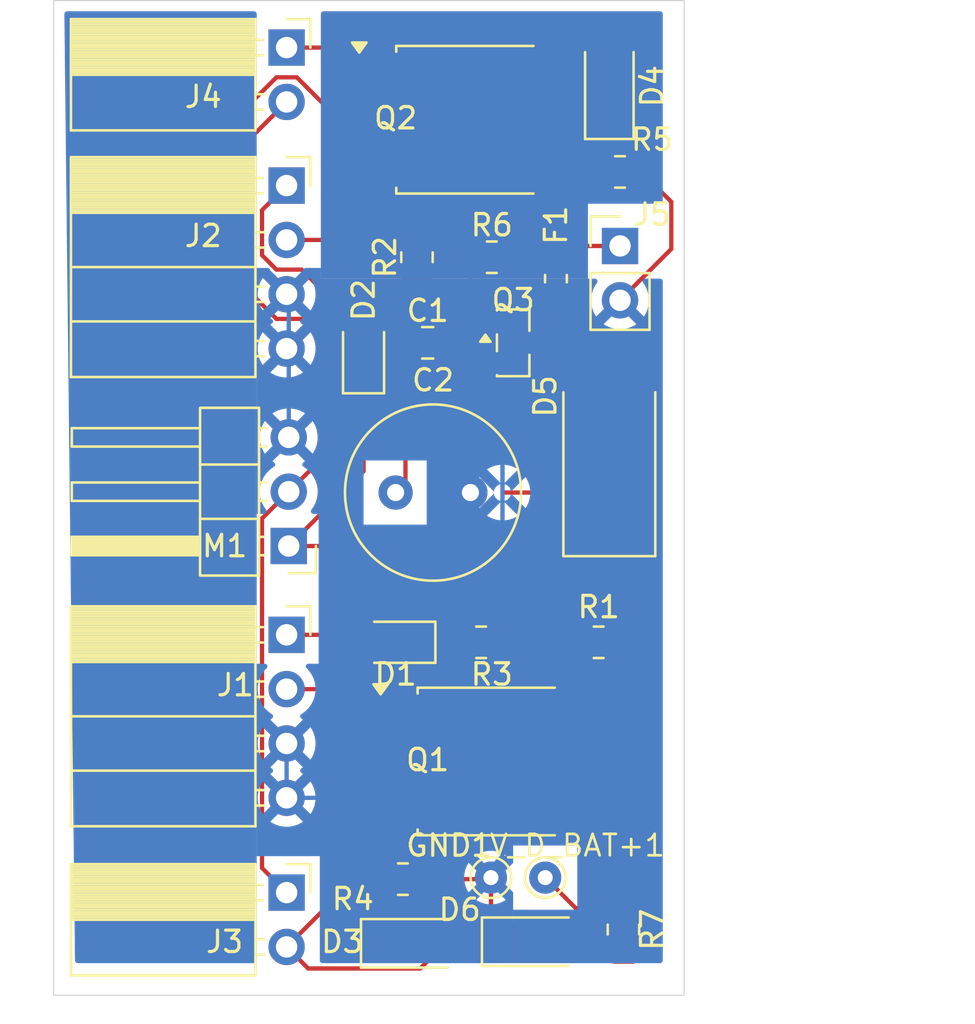
<source format=kicad_pcb>
(kicad_pcb (version 20241229) (generator "pcbnew") (generator_version "9.0")
  (layers (0 "F.Cu" signal) (2 "B.Cu" signal) (13 "F.Paste" user) (15 "B.Paste" user) (5 "F.SilkS" user "F.Silkscreen") (7 "B.SilkS" user "B.Silkscreen") (1 "F.Mask" user) (3 "B.Mask" user) (25 "Edge.Cuts" user))
  (net 0 "")
  (net 1 "Net-(Q3-S)")
  (net 2 "Net-(Q3-G)")
  (net 3 "Net-(D5-A2)")
  (net 4 "GND")
  (net 5 "V_Ｄ_BAT+")
  (net 6 "Net-(D1-K)")
  (net 7 "Main_AV_PWM_Servo")
  (net 8 "Backup_AV_PWM_Servo")
  (net 9 "Main_AV_FIRE")
  (net 10 "Backup_AV_FIRE")
  (net 11 "Net-(D3-A)")
  (net 12 "Net-(D4-A)")
  (net 13 "Net-(J5-Pin_1)")
  (net 14 "Net-(D3-K)")
  (net 15 "Net-(D4-K)")
  (net 16 "V_D_BAT+")
  (net 17 "Net-(D6-A)")
  (footprint "LED_SMD:LED_1206_3216Metric_Pad1.42x1.75mm_HandSolder" (layer "F.Cu") (at 42.5 110.0125 90)
    (property "Reference" "D4" (at 0.0125 2 90) (layer "F.SilkS"))
    (property "Value" "LED")
    (fp_line (start 1.6 -1.135) (end -2.46 -1.135) (stroke (width 0.12)) (layer "F.SilkS"))
    (fp_line (start -2.46 -1.135) (end -2.46 1.135) (stroke (width 0.12)) (layer "F.SilkS"))
    (fp_line (start -2.46 1.135) (end 1.6 1.135) (stroke (width 0.12)) (layer "F.SilkS"))
    (pad "1" smd roundrect (at -1.4875 0 90) (size 1.425 1.75) (layers "F.Cu" "F.Mask" "F.Paste") (roundrect_rratio 0.175439) (net 15 "Net-(D4-K)"))
    (pad "2" smd roundrect (at 1.4875 0 90) (size 1.425 1.75) (layers "F.Cu" "F.Mask" "F.Paste") (roundrect_rratio 0.175439) (net 12 "Net-(D4-A)"))
  )
  (footprint "Resistor_SMD:R_0805_2012Metric_Pad1.20x1.40mm_HandSolder" (layer "F.Cu") (at 42 136)
    (property "Reference" "R1" (at 0 -1.65 0) (layer "F.SilkS"))
    (property "Value" "1k")
    (fp_line (start -0.227064 -0.735) (end 0.227064 -0.735) (stroke (width 0.12)) (layer "F.SilkS"))
    (fp_line (start -0.227064 0.735) (end 0.227064 0.735) (stroke (width 0.12)) (layer "F.SilkS"))
    (pad "1" smd roundrect (at -1 0) (size 1.2 1.4) (layers "F.Cu" "F.Mask" "F.Paste") (roundrect_rratio 0.208333) (net 9 "Main_AV_FIRE"))
    (pad "2" smd roundrect (at 1 0) (size 1.2 1.4) (layers "F.Cu" "F.Mask" "F.Paste") (roundrect_rratio 0.208333) (net 4 "GND"))
  )
  (footprint "Connector_PinSocket_2.54mm:PinSocket_1x02_P2.54mm_Horizontal" (layer "F.Cu") (at 27.4 147.7)
    (property "Reference" "J3" (at -2.9 2.3 0) (layer "F.SilkS"))
    (property "Value" "Conn_01x02")
    (fp_line (start -10.09 -1.33) (end -10.09 3.87) (stroke (width 0.12)) (layer "F.SilkS"))
    (fp_line (start -10.09 -1.33) (end -1.46 -1.33) (stroke (width 0.12)) (layer "F.SilkS"))
    (fp_line (start -10.09 -1.21) (end -1.46 -1.21) (stroke (width 0.12)) (layer "F.SilkS"))
    (fp_line (start -10.09 -1.091905) (end -1.46 -1.091905) (stroke (width 0.12)) (layer "F.SilkS"))
    (fp_line (start -10.09 -0.97381) (end -1.46 -0.97381) (stroke (width 0.12)) (layer "F.SilkS"))
    (fp_line (start -10.09 -0.855715) (end -1.46 -0.855715) (stroke (width 0.12)) (layer "F.SilkS"))
    (fp_line (start -10.09 -0.73762) (end -1.46 -0.73762) (stroke (width 0.12)) (layer "F.SilkS"))
    (fp_line (start -10.09 -0.619525) (end -1.46 -0.619525) (stroke (width 0.12)) (layer "F.SilkS"))
    (fp_line (start -10.09 -0.50143) (end -1.46 -0.50143) (stroke (width 0.12)) (layer "F.SilkS"))
    (fp_line (start -10.09 -0.383335) (end -1.46 -0.383335) (stroke (width 0.12)) (layer "F.SilkS"))
    (fp_line (start -10.09 -0.26524) (end -1.46 -0.26524) (stroke (width 0.12)) (layer "F.SilkS"))
    (fp_line (start -10.09 -0.147145) (end -1.46 -0.147145) (stroke (width 0.12)) (layer "F.SilkS"))
    (fp_line (start -10.09 -0.02905) (end -1.46 -0.02905) (stroke (width 0.12)) (layer "F.SilkS"))
    (fp_line (start -10.09 0.089045) (end -1.46 0.089045) (stroke (width 0.12)) (layer "F.SilkS"))
    (fp_line (start -10.09 0.20714) (end -1.46 0.20714) (stroke (width 0.12)) (layer "F.SilkS"))
    (fp_line (start -10.09 0.325235) (end -1.46 0.325235) (stroke (width 0.12)) (layer "F.SilkS"))
    (fp_line (start -10.09 0.44333) (end -1.46 0.44333) (stroke (width 0.12)) (layer "F.SilkS"))
    (fp_line (start -10.09 0.561425) (end -1.46 0.561425) (stroke (width 0.12)) (layer "F.SilkS"))
    (fp_line (start -10.09 0.67952) (end -1.46 0.67952) (stroke (width 0.12)) (layer "F.SilkS"))
    (fp_line (start -10.09 0.797615) (end -1.46 0.797615) (stroke (width 0.12)) (layer "F.SilkS"))
    (fp_line (start -10.09 0.91571) (end -1.46 0.91571) (stroke (width 0.12)) (layer "F.SilkS"))
    (fp_line (start -10.09 1.033805) (end -1.46 1.033805) (stroke (width 0.12)) (layer "F.SilkS"))
    (fp_line (start -10.09 1.1519) (end -1.46 1.1519) (stroke (width 0.12)) (layer "F.SilkS"))
    (fp_line (start -10.09 1.27) (end -1.46 1.27) (stroke (width 0.12)) (layer "F.SilkS"))
    (fp_line (start -10.09 3.87) (end -1.46 3.87) (stroke (width 0.12)) (layer "F.SilkS"))
    (fp_line (start -1.46 -1.33) (end -1.46 3.87) (stroke (width 0.12)) (layer "F.SilkS"))
    (fp_line (start -1.46 -0.36) (end -1.11 -0.36) (stroke (width 0.12)) (layer "F.SilkS"))
    (fp_line (start -1.46 0.36) (end -1.11 0.36) (stroke (width 0.12)) (layer "F.SilkS"))
    (fp_line (start -1.46 2.18) (end -1.05 2.18) (stroke (width 0.12)) (layer "F.SilkS"))
    (fp_line (start -1.46 2.9) (end -1.05 2.9) (stroke (width 0.12)) (layer "F.SilkS"))
    (fp_line (start 0 -1.33) (end 1.11 -1.33) (stroke (width 0.12)) (layer "F.SilkS"))
    (fp_line (start 1.11 -1.33) (end 1.11 0) (stroke (width 0.12)) (layer "F.SilkS"))
    (pad "1" thru_hole rect (at 0 0) (size 1.7 1.7) (drill 1) (layers "*.Cu" "*.Mask") (net 5 "V_Ｄ_BAT+"))
    (pad "2" thru_hole circle (at 0 2.54) (size 1.7 1.7) (drill 1) (layers "*.Cu" "*.Mask") (net 11 "Net-(D3-A)"))
  )
  (footprint "Connector_PinSocket_2.54mm:PinSocket_1x04_P2.54mm_Horizontal" (layer "F.Cu") (at 27.4 114.65)
    (property "Reference" "J2" (at -3.9 2.35 0) (layer "F.SilkS"))
    (property "Value" "Conn_01x04")
    (fp_line (start -10.09 -1.33) (end -10.09 8.95) (stroke (width 0.12)) (layer "F.SilkS"))
    (fp_line (start -10.09 -1.33) (end -1.46 -1.33) (stroke (width 0.12)) (layer "F.SilkS"))
    (fp_line (start -10.09 -1.21) (end -1.46 -1.21) (stroke (width 0.12)) (layer "F.SilkS"))
    (fp_line (start -10.09 -1.091905) (end -1.46 -1.091905) (stroke (width 0.12)) (layer "F.SilkS"))
    (fp_line (start -10.09 -0.97381) (end -1.46 -0.97381) (stroke (width 0.12)) (layer "F.SilkS"))
    (fp_line (start -10.09 -0.855715) (end -1.46 -0.855715) (stroke (width 0.12)) (layer "F.SilkS"))
    (fp_line (start -10.09 -0.73762) (end -1.46 -0.73762) (stroke (width 0.12)) (layer "F.SilkS"))
    (fp_line (start -10.09 -0.619525) (end -1.46 -0.619525) (stroke (width 0.12)) (layer "F.SilkS"))
    (fp_line (start -10.09 -0.50143) (end -1.46 -0.50143) (stroke (width 0.12)) (layer "F.SilkS"))
    (fp_line (start -10.09 -0.383335) (end -1.46 -0.383335) (stroke (width 0.12)) (layer "F.SilkS"))
    (fp_line (start -10.09 -0.26524) (end -1.46 -0.26524) (stroke (width 0.12)) (layer "F.SilkS"))
    (fp_line (start -10.09 -0.147145) (end -1.46 -0.147145) (stroke (width 0.12)) (layer "F.SilkS"))
    (fp_line (start -10.09 -0.02905) (end -1.46 -0.02905) (stroke (width 0.12)) (layer "F.SilkS"))
    (fp_line (start -10.09 0.089045) (end -1.46 0.089045) (stroke (width 0.12)) (layer "F.SilkS"))
    (fp_line (start -10.09 0.20714) (end -1.46 0.20714) (stroke (width 0.12)) (layer "F.SilkS"))
    (fp_line (start -10.09 0.325235) (end -1.46 0.325235) (stroke (width 0.12)) (layer "F.SilkS"))
    (fp_line (start -10.09 0.44333) (end -1.46 0.44333) (stroke (width 0.12)) (layer "F.SilkS"))
    (fp_line (start -10.09 0.561425) (end -1.46 0.561425) (stroke (width 0.12)) (layer "F.SilkS"))
    (fp_line (start -10.09 0.67952) (end -1.46 0.67952) (stroke (width 0.12)) (layer "F.SilkS"))
    (fp_line (start -10.09 0.797615) (end -1.46 0.797615) (stroke (width 0.12)) (layer "F.SilkS"))
    (fp_line (start -10.09 0.91571) (end -1.46 0.91571) (stroke (width 0.12)) (layer "F.SilkS"))
    (fp_line (start -10.09 1.033805) (end -1.46 1.033805) (stroke (width 0.12)) (layer "F.SilkS"))
    (fp_line (start -10.09 1.1519) (end -1.46 1.1519) (stroke (width 0.12)) (layer "F.SilkS"))
    (fp_line (start -10.09 1.27) (end -1.46 1.27) (stroke (width 0.12)) (layer "F.SilkS"))
    (fp_line (start -10.09 3.81) (end -1.46 3.81) (stroke (width 0.12)) (layer "F.SilkS"))
    (fp_line (start -10.09 6.35) (end -1.46 6.35) (stroke (width 0.12)) (layer "F.SilkS"))
    (fp_line (start -10.09 8.95) (end -1.46 8.95) (stroke (width 0.12)) (layer "F.SilkS"))
    (fp_line (start -1.46 -1.33) (end -1.46 8.95) (stroke (width 0.12)) (layer "F.SilkS"))
    (fp_line (start -1.46 -0.36) (end -1.11 -0.36) (stroke (width 0.12)) (layer "F.SilkS"))
    (fp_line (start -1.46 0.36) (end -1.11 0.36) (stroke (width 0.12)) (layer "F.SilkS"))
    (fp_line (start -1.46 2.18) (end -1.05 2.18) (stroke (width 0.12)) (layer "F.SilkS"))
    (fp_line (start -1.46 2.9) (end -1.05 2.9) (stroke (width 0.12)) (layer "F.SilkS"))
    (fp_line (start -1.46 4.72) (end -1.05 4.72) (stroke (width 0.12)) (layer "F.SilkS"))
    (fp_line (start -1.46 5.44) (end -1.05 5.44) (stroke (width 0.12)) (layer "F.SilkS"))
    (fp_line (start -1.46 7.26) (end -1.05 7.26) (stroke (width 0.12)) (layer "F.SilkS"))
    (fp_line (start -1.46 7.98) (end -1.05 7.98) (stroke (width 0.12)) (layer "F.SilkS"))
    (fp_line (start 0 -1.33) (end 1.11 -1.33) (stroke (width 0.12)) (layer "F.SilkS"))
    (fp_line (start 1.11 -1.33) (end 1.11 0) (stroke (width 0.12)) (layer "F.SilkS"))
    (pad "1" thru_hole rect (at 0 0) (size 1.7 1.7) (drill 1) (layers "*.Cu" "*.Mask") (net 8 "Backup_AV_PWM_Servo"))
    (pad "2" thru_hole circle (at 0 2.54) (size 1.7 1.7) (drill 1) (layers "*.Cu" "*.Mask") (net 10 "Backup_AV_FIRE"))
    (pad "3" thru_hole circle (at 0 5.08) (size 1.7 1.7) (drill 1) (layers "*.Cu" "*.Mask") (net 4 "GND"))
    (pad "4" thru_hole circle (at 0 7.62) (size 1.7 1.7) (drill 1) (layers "*.Cu" "*.Mask") (net 4 "GND"))
  )
  (footprint "LED_SMD:LED_1206_3216Metric_Pad1.42x1.75mm_HandSolder" (layer "F.Cu") (at 33.34 150.0725)
    (property "Reference" "D3" (at -3.34 -0.0725 0) (layer "F.SilkS"))
    (property "Value" "LED")
    (fp_line (start -2.46 -1.135) (end -2.46 1.135) (stroke (width 0.12)) (layer "F.SilkS"))
    (fp_line (start -2.46 1.135) (end 1.6 1.135) (stroke (width 0.12)) (layer "F.SilkS"))
    (fp_line (start 1.6 -1.135) (end -2.46 -1.135) (stroke (width 0.12)) (layer "F.SilkS"))
    (pad "1" smd roundrect (at -1.4875 0) (size 1.425 1.75) (layers "F.Cu" "F.Mask" "F.Paste") (roundrect_rratio 0.175439) (net 14 "Net-(D3-K)"))
    (pad "2" smd roundrect (at 1.4875 0) (size 1.425 1.75) (layers "F.Cu" "F.Mask" "F.Paste") (roundrect_rratio 0.175439) (net 11 "Net-(D3-A)"))
  )
  (footprint "Connector_PinHeader_2.54mm:PinHeader_1x02_P2.54mm_Vertical" (layer "F.Cu") (at 43 117.4725)
    (property "Reference" "J5" (at 1.5 -1.4725 0) (layer "F.SilkS"))
    (property "Value" "Conn_01x02")
    (fp_line (start -1.38 -1.38) (end 0 -1.38) (stroke (width 0.12)) (layer "F.SilkS"))
    (fp_line (start -1.38 0) (end -1.38 -1.38) (stroke (width 0.12)) (layer "F.SilkS"))
    (fp_line (start -1.38 1.27) (end -1.38 3.92) (stroke (width 0.12)) (layer "F.SilkS"))
    (fp_line (start -1.38 1.27) (end 1.38 1.27) (stroke (width 0.12)) (layer "F.SilkS"))
    (fp_line (start -1.38 3.92) (end 1.38 3.92) (stroke (width 0.12)) (layer "F.SilkS"))
    (fp_line (start 1.38 1.27) (end 1.38 3.92) (stroke (width 0.12)) (layer "F.SilkS"))
    (pad "1" thru_hole rect (at 0 0) (size 1.7 1.7) (drill 1) (layers "*.Cu" "*.Mask") (net 13 "Net-(J5-Pin_1)"))
    (pad "2" thru_hole circle (at 0 2.54) (size 1.7 1.7) (drill 1) (layers "*.Cu" "*.Mask") (net 4 "GND"))
  )
  (footprint "Resistor_SMD:R_0805_2012Metric_Pad1.20x1.40mm_HandSolder" (layer "F.Cu") (at 32.84 147.0725)
    (property "Reference" "R4" (at -2.34 0.9275 0) (layer "F.SilkS"))
    (property "Value" "3.3k")
    (fp_line (start -0.227064 -0.735) (end 0.227064 -0.735) (stroke (width 0.12)) (layer "F.SilkS"))
    (fp_line (start -0.227064 0.735) (end 0.227064 0.735) (stroke (width 0.12)) (layer "F.SilkS"))
    (pad "1" smd roundrect (at -1 0) (size 1.2 1.4) (layers "F.Cu" "F.Mask" "F.Paste") (roundrect_rratio 0.208333) (net 14 "Net-(D3-K)"))
    (pad "2" smd roundrect (at 1 0) (size 1.2 1.4) (layers "F.Cu" "F.Mask" "F.Paste") (roundrect_rratio 0.208333) (net 4 "GND"))
  )
  (footprint "Connector_PinHeader_2.54mm:PinHeader_1x03_P2.54mm_Horizontal" (layer "F.Cu") (at 27.5 131.5 180)
    (property "Reference" "M1" (at 3 0 0) (layer "F.SilkS"))
    (property "Value" "Motor_Servo")
    (fp_line (start 10.15 5.51) (end 4.15 5.51) (stroke (width 0.12)) (layer "F.SilkS"))
    (fp_line (start 10.15 4.65) (end 10.15 5.51) (stroke (width 0.12)) (layer "F.SilkS"))
    (fp_line (start 10.15 2.97) (end 4.15 2.97) (stroke (width 0.12)) (layer "F.SilkS"))
    (fp_line (start 10.15 2.11) (end 10.15 2.97) (stroke (width 0.12)) (layer "F.SilkS"))
    (fp_line (start 4.15 4.65) (end 10.15 4.65) (stroke (width 0.12)) (layer "F.SilkS"))
    (fp_line (start 4.15 2.11) (end 10.15 2.11) (stroke (width 0.12)) (layer "F.SilkS"))
    (fp_line (start 1.39 3.81) (end 4.15 3.81) (stroke (width 0.12)) (layer "F.SilkS"))
    (fp_line (start 1.39 1.27) (end 4.15 1.27) (stroke (width 0.12)) (layer "F.SilkS"))
    (fp_line (start 1.16 0.43) (end 1.39 0.43) (stroke (width 0.12)) (layer "F.SilkS"))
    (fp_line (start 1.16 -0.43) (end 1.39 -0.43) (stroke (width 0.12)) (layer "F.SilkS"))
    (fp_line (start 1.077358 5.51) (end 1.39 5.51) (stroke (width 0.12)) (layer "F.SilkS"))
    (fp_line (start 1.077358 4.65) (end 1.39 4.65) (stroke (width 0.12)) (layer "F.SilkS"))
    (fp_line (start 1.077358 2.97) (end 1.39 2.97) (stroke (width 0.12)) (layer "F.SilkS"))
    (fp_line (start 1.077358 2.11) (end 1.39 2.11) (stroke (width 0.12)) (layer "F.SilkS"))
    (fp_line (start -1.27 0) (end -1.27 -1.27) (stroke (width 0.12)) (layer "F.SilkS"))
    (fp_line (start -1.27 -1.27) (end 0 -1.27) (stroke (width 0.12)) (layer "F.SilkS"))
    (fp_rect (start 4.15 -0.43) (end 10.15 0.43) (stroke (width 0.12)) (fill yes) (layer "F.SilkS"))
    (fp_rect (start 1.39 -1.38) (end 4.15 6.46) (stroke (width 0.12)) (fill no) (layer "F.SilkS"))
    (pad "1" thru_hole rect (at 0 0 180) (size 1.7 1.7) (drill 1) (layers "*.Cu" "*.Mask") (net 6 "Net-(D1-K)"))
    (pad "2" thru_hole circle (at 0 2.54 180) (size 1.7 1.7) (drill 1) (layers "*.Cu" "*.Mask") (net 5 "V_Ｄ_BAT+"))
    (pad "3" thru_hole circle (at 0 5.08 180) (size 1.7 1.7) (drill 1) (layers "*.Cu" "*.Mask") (net 4 "GND"))
  )
  (footprint "Resistor_SMD:R_0805_2012Metric_Pad1.20x1.40mm_HandSolder" (layer "F.Cu") (at 37 118)
    (property "Reference" "R6" (at 0 -1.5 0) (layer "F.SilkS"))
    (property "Value" "100k")
    (fp_line (start -0.227064 -0.735) (end 0.227064 -0.735) (stroke (width 0.12)) (layer "F.SilkS"))
    (fp_line (start -0.227064 0.735) (end 0.227064 0.735) (stroke (width 0.12)) (layer "F.SilkS"))
    (pad "1" smd roundrect (at -1 0) (size 1.2 1.4) (layers "F.Cu" "F.Mask" "F.Paste") (roundrect_rratio 0.208333) (net 2 "Net-(Q3-G)"))
    (pad "2" smd roundrect (at 1 0) (size 1.2 1.4) (layers "F.Cu" "F.Mask" "F.Paste") (roundrect_rratio 0.208333) (net 4 "GND"))
  )
  (footprint "TestPoint:TestPoint_THTPad_D1.5mm_Drill0.7mm" (layer "F.Cu") (at 36.96 147)
    (property "Reference" "GND1" (at -1.96 -1.5 0) (layer "F.SilkS"))
    (property "Value" "TestPoint")
    (fp_circle (center 0 0) (end 0 0.95) (stroke (width 0.12)) (fill no) (layer "F.SilkS"))
    (pad "1" thru_hole circle (at 0 0) (size 1.5 1.5) (drill 0.7) (layers "*.Cu" "*.Mask") (net 4 "GND"))
  )
  (footprint "Connector_PinSocket_2.54mm:PinSocket_1x02_P2.54mm_Horizontal" (layer "F.Cu") (at 27.4 108.2)
    (property "Reference" "J4" (at -3.9 2.3 0) (layer "F.SilkS"))
    (property "Value" "Conn_01x02")
    (fp_line (start -10.09 -1.33) (end -10.09 3.87) (stroke (width 0.12)) (layer "F.SilkS"))
    (fp_line (start -10.09 -1.33) (end -1.46 -1.33) (stroke (width 0.12)) (layer "F.SilkS"))
    (fp_line (start -10.09 -1.21) (end -1.46 -1.21) (stroke (width 0.12)) (layer "F.SilkS"))
    (fp_line (start -10.09 -1.091905) (end -1.46 -1.091905) (stroke (width 0.12)) (layer "F.SilkS"))
    (fp_line (start -10.09 -0.97381) (end -1.46 -0.97381) (stroke (width 0.12)) (layer "F.SilkS"))
    (fp_line (start -10.09 -0.855715) (end -1.46 -0.855715) (stroke (width 0.12)) (layer "F.SilkS"))
    (fp_line (start -10.09 -0.73762) (end -1.46 -0.73762) (stroke (width 0.12)) (layer "F.SilkS"))
    (fp_line (start -10.09 -0.619525) (end -1.46 -0.619525) (stroke (width 0.12)) (layer "F.SilkS"))
    (fp_line (start -10.09 -0.50143) (end -1.46 -0.50143) (stroke (width 0.12)) (layer "F.SilkS"))
    (fp_line (start -10.09 -0.383335) (end -1.46 -0.383335) (stroke (width 0.12)) (layer "F.SilkS"))
    (fp_line (start -10.09 -0.26524) (end -1.46 -0.26524) (stroke (width 0.12)) (layer "F.SilkS"))
    (fp_line (start -10.09 -0.147145) (end -1.46 -0.147145) (stroke (width 0.12)) (layer "F.SilkS"))
    (fp_line (start -10.09 -0.02905) (end -1.46 -0.02905) (stroke (width 0.12)) (layer "F.SilkS"))
    (fp_line (start -10.09 0.089045) (end -1.46 0.089045) (stroke (width 0.12)) (layer "F.SilkS"))
    (fp_line (start -10.09 0.20714) (end -1.46 0.20714) (stroke (width 0.12)) (layer "F.SilkS"))
    (fp_line (start -10.09 0.325235) (end -1.46 0.325235) (stroke (width 0.12)) (layer "F.SilkS"))
    (fp_line (start -10.09 0.44333) (end -1.46 0.44333) (stroke (width 0.12)) (layer "F.SilkS"))
    (fp_line (start -10.09 0.561425) (end -1.46 0.561425) (stroke (width 0.12)) (layer "F.SilkS"))
    (fp_line (start -10.09 0.67952) (end -1.46 0.67952) (stroke (width 0.12)) (layer "F.SilkS"))
    (fp_line (start -10.09 0.797615) (end -1.46 0.797615) (stroke (width 0.12)) (layer "F.SilkS"))
    (fp_line (start -10.09 0.91571) (end -1.46 0.91571) (stroke (width 0.12)) (layer "F.SilkS"))
    (fp_line (start -10.09 1.033805) (end -1.46 1.033805) (stroke (width 0.12)) (layer "F.SilkS"))
    (fp_line (start -10.09 1.1519) (end -1.46 1.1519) (stroke (width 0.12)) (layer "F.SilkS"))
    (fp_line (start -10.09 1.27) (end -1.46 1.27) (stroke (width 0.12)) (layer "F.SilkS"))
    (fp_line (start -10.09 3.87) (end -1.46 3.87) (stroke (width 0.12)) (layer "F.SilkS"))
    (fp_line (start -1.46 -1.33) (end -1.46 3.87) (stroke (width 0.12)) (layer "F.SilkS"))
    (fp_line (start -1.46 -0.36) (end -1.11 -0.36) (stroke (width 0.12)) (layer "F.SilkS"))
    (fp_line (start -1.46 0.36) (end -1.11 0.36) (stroke (width 0.12)) (layer "F.SilkS"))
    (fp_line (start -1.46 2.18) (end -1.05 2.18) (stroke (width 0.12)) (layer "F.SilkS"))
    (fp_line (start -1.46 2.9) (end -1.05 2.9) (stroke (width 0.12)) (layer "F.SilkS"))
    (fp_line (start 0 -1.33) (end 1.11 -1.33) (stroke (width 0.12)) (layer "F.SilkS"))
    (fp_line (start 1.11 -1.33) (end 1.11 0) (stroke (width 0.12)) (layer "F.SilkS"))
    (pad "1" thru_hole rect (at 0 0) (size 1.7 1.7) (drill 1) (layers "*.Cu" "*.Mask") (net 12 "Net-(D4-A)"))
    (pad "2" thru_hole circle (at 0 2.54) (size 1.7 1.7) (drill 1) (layers "*.Cu" "*.Mask") (net 5 "V_Ｄ_BAT+"))
  )
  (footprint "Connector_PinSocket_2.54mm:PinSocket_1x04_P2.54mm_Horizontal" (layer "F.Cu") (at 27.4 135.65)
    (property "Reference" "J1" (at -2.4 2.35 0) (layer "F.SilkS"))
    (property "Value" "Conn_01x04")
    (fp_line (start -10.09 -1.33) (end -10.09 8.95) (stroke (width 0.12)) (layer "F.SilkS"))
    (fp_line (start -10.09 -1.33) (end -1.46 -1.33) (stroke (width 0.12)) (layer "F.SilkS"))
    (fp_line (start -10.09 -1.21) (end -1.46 -1.21) (stroke (width 0.12)) (layer "F.SilkS"))
    (fp_line (start -10.09 -1.091905) (end -1.46 -1.091905) (stroke (width 0.12)) (layer "F.SilkS"))
    (fp_line (start -10.09 -0.97381) (end -1.46 -0.97381) (stroke (width 0.12)) (layer "F.SilkS"))
    (fp_line (start -10.09 -0.855715) (end -1.46 -0.855715) (stroke (width 0.12)) (layer "F.SilkS"))
    (fp_line (start -10.09 -0.73762) (end -1.46 -0.73762) (stroke (width 0.12)) (layer "F.SilkS"))
    (fp_line (start -10.09 -0.619525) (end -1.46 -0.619525) (stroke (width 0.12)) (layer "F.SilkS"))
    (fp_line (start -10.09 -0.50143) (end -1.46 -0.50143) (stroke (width 0.12)) (layer "F.SilkS"))
    (fp_line (start -10.09 -0.383335) (end -1.46 -0.383335) (stroke (width 0.12)) (layer "F.SilkS"))
    (fp_line (start -10.09 -0.26524) (end -1.46 -0.26524) (stroke (width 0.12)) (layer "F.SilkS"))
    (fp_line (start -10.09 -0.147145) (end -1.46 -0.147145) (stroke (width 0.12)) (layer "F.SilkS"))
    (fp_line (start -10.09 -0.02905) (end -1.46 -0.02905) (stroke (width 0.12)) (layer "F.SilkS"))
    (fp_line (start -10.09 0.089045) (end -1.46 0.089045) (stroke (width 0.12)) (layer "F.SilkS"))
    (fp_line (start -10.09 0.20714) (end -1.46 0.20714) (stroke (width 0.12)) (layer "F.SilkS"))
    (fp_line (start -10.09 0.325235) (end -1.46 0.325235) (stroke (width 0.12)) (layer "F.SilkS"))
    (fp_line (start -10.09 0.44333) (end -1.46 0.44333) (stroke (width 0.12)) (layer "F.SilkS"))
    (fp_line (start -10.09 0.561425) (end -1.46 0.561425) (stroke (width 0.12)) (layer "F.SilkS"))
    (fp_line (start -10.09 0.67952) (end -1.46 0.67952) (stroke (width 0.12)) (layer "F.SilkS"))
    (fp_line (start -10.09 0.797615) (end -1.46 0.797615) (stroke (width 0.12)) (layer "F.SilkS"))
    (fp_line (start -10.09 0.91571) (end -1.46 0.91571) (stroke (width 0.12)) (layer "F.SilkS"))
    (fp_line (start -10.09 1.033805) (end -1.46 1.033805) (stroke (width 0.12)) (layer "F.SilkS"))
    (fp_line (start -10.09 1.1519) (end -1.46 1.1519) (stroke (width 0.12)) (layer "F.SilkS"))
    (fp_line (start -10.09 1.27) (end -1.46 1.27) (stroke (width 0.12)) (layer "F.SilkS"))
    (fp_line (start -10.09 3.81) (end -1.46 3.81) (stroke (width 0.12)) (layer "F.SilkS"))
    (fp_line (start -10.09 6.35) (end -1.46 6.35) (stroke (width 0.12)) (layer "F.SilkS"))
    (fp_line (start -10.09 8.95) (end -1.46 8.95) (stroke (width 0.12)) (layer "F.SilkS"))
    (fp_line (start -1.46 -1.33) (end -1.46 8.95) (stroke (width 0.12)) (layer "F.SilkS"))
    (fp_line (start -1.46 -0.36) (end -1.11 -0.36) (stroke (width 0.12)) (layer "F.SilkS"))
    (fp_line (start -1.46 0.36) (end -1.11 0.36) (stroke (width 0.12)) (layer "F.SilkS"))
    (fp_line (start -1.46 2.18) (end -1.05 2.18) (stroke (width 0.12)) (layer "F.SilkS"))
    (fp_line (start -1.46 2.9) (end -1.05 2.9) (stroke (width 0.12)) (layer "F.SilkS"))
    (fp_line (start -1.46 4.72) (end -1.05 4.72) (stroke (width 0.12)) (layer "F.SilkS"))
    (fp_line (start -1.46 5.44) (end -1.05 5.44) (stroke (width 0.12)) (layer "F.SilkS"))
    (fp_line (start -1.46 7.26) (end -1.05 7.26) (stroke (width 0.12)) (layer "F.SilkS"))
    (fp_line (start -1.46 7.98) (end -1.05 7.98) (stroke (width 0.12)) (layer "F.SilkS"))
    (fp_line (start 0 -1.33) (end 1.11 -1.33) (stroke (width 0.12)) (layer "F.SilkS"))
    (fp_line (start 1.11 -1.33) (end 1.11 0) (stroke (width 0.12)) (layer "F.SilkS"))
    (pad "1" thru_hole rect (at 0 0) (size 1.7 1.7) (drill 1) (layers "*.Cu" "*.Mask") (net 7 "Main_AV_PWM_Servo"))
    (pad "2" thru_hole circle (at 0 2.54) (size 1.7 1.7) (drill 1) (layers "*.Cu" "*.Mask") (net 9 "Main_AV_FIRE"))
    (pad "3" thru_hole circle (at 0 5.08) (size 1.7 1.7) (drill 1) (layers "*.Cu" "*.Mask") (net 4 "GND"))
    (pad "4" thru_hole circle (at 0 7.62) (size 1.7 1.7) (drill 1) (layers "*.Cu" "*.Mask") (net 4 "GND"))
  )
  (footprint "Package_TO_SOT_SMD:TO-252-2" (layer "F.Cu") (at 36.84 141.5725)
    (property "Reference" "Q1" (at -2.84 -0.0725 0) (layer "F.SilkS"))
    (property "Value" "IRLR7843")
    (fp_line (start -3.31 -3.45) (end -3.31 -3.18) (stroke (width 0.12)) (layer "F.SilkS"))
    (fp_line (start -3.31 3.45) (end -3.31 3.18) (stroke (width 0.12)) (layer "F.SilkS"))
    (fp_line (start 3.11 -3.45) (end -3.31 -3.45) (stroke (width 0.12)) (layer "F.SilkS"))
    (fp_line (start 3.11 3.45) (end -3.31 3.45) (stroke (width 0.12)) (layer "F.SilkS"))
    (fp_poly (pts (xy -5.04 -3.14) (xy -5.38 -3.61) (xy -4.7 -3.61)) (stroke (width 0.12)) (fill yes) (layer "F.SilkS"))
    (pad "1" smd roundrect (at -5.04 -2.28) (size 2.2 1.2) (layers "F.Cu" "F.Mask" "F.Paste") (roundrect_rratio 0.208333) (net 11 "Net-(D3-A)"))
    (pad "2" smd roundrect (at 1.26 0) (size 6.4 5.8) (layers "F.Cu" "F.Mask") (roundrect_rratio 0.043103) (net 9 "Main_AV_FIRE"))
    (pad "3" smd roundrect (at -5.04 2.28) (size 2.2 1.2) (layers "F.Cu" "F.Mask" "F.Paste") (roundrect_rratio 0.208333) (net 4 "GND"))
  )
  (footprint "Diode_SMD:D_0805_2012Metric_Pad1.15x1.40mm_HandSolder" (layer "F.Cu") (at 31 122.5 90)
    (property "Reference" "D2" (at 2.5 0 90) (layer "F.SilkS"))
    (property "Value" "D_Schottky")
    (fp_line (start 1 -0.96) (end -1.86 -0.96) (stroke (width 0.12)) (layer "F.SilkS"))
    (fp_line (start -1.86 -0.96) (end -1.86 0.96) (stroke (width 0.12)) (layer "F.SilkS"))
    (fp_line (start -1.86 0.96) (end 1 0.96) (stroke (width 0.12)) (layer "F.SilkS"))
    (pad "1" smd roundrect (at -1.025 0 90) (size 1.15 1.4) (layers "F.Cu" "F.Mask" "F.Paste") (roundrect_rratio 0.217391) (net 6 "Net-(D1-K)"))
    (pad "2" smd roundrect (at 1.025 0 90) (size 1.15 1.4) (layers "F.Cu" "F.Mask" "F.Paste") (roundrect_rratio 0.217391) (net 8 "Backup_AV_PWM_Servo"))
  )
  (footprint "Capacitor_SMD:C_0805_2012Metric_Pad1.18x1.45mm_HandSolder" (layer "F.Cu") (at 34 122)
    (property "Reference" "C1" (at 0 -1.5 0) (layer "F.SilkS"))
    (property "Value" "100n")
    (fp_line (start -0.261252 -0.735) (end 0.261252 -0.735) (stroke (width 0.12)) (layer "F.SilkS"))
    (fp_line (start -0.261252 0.735) (end 0.261252 0.735) (stroke (width 0.12)) (layer "F.SilkS"))
    (pad "1" smd roundrect (at -1.0375 0) (size 1.175 1.45) (layers "F.Cu" "F.Mask" "F.Paste") (roundrect_rratio 0.212766) (net 5 "V_Ｄ_BAT+"))
    (pad "2" smd roundrect (at 1.0375 0) (size 1.175 1.45) (layers "F.Cu" "F.Mask" "F.Paste") (roundrect_rratio 0.212766) (net 4 "GND"))
  )
  (footprint "Resistor_SMD:R_0805_2012Metric_Pad1.20x1.40mm_HandSolder" (layer "F.Cu") (at 43 114.0125)
    (property "Reference" "R5" (at 1.5 -1.5125 0) (layer "F.SilkS"))
    (property "Value" "3.3k")
    (fp_line (start -0.227064 -0.735) (end 0.227064 -0.735) (stroke (width 0.12)) (layer "F.SilkS"))
    (fp_line (start -0.227064 0.735) (end 0.227064 0.735) (stroke (width 0.12)) (layer "F.SilkS"))
    (pad "1" smd roundrect (at -1 0) (size 1.2 1.4) (layers "F.Cu" "F.Mask" "F.Paste") (roundrect_rratio 0.208333) (net 15 "Net-(D4-K)"))
    (pad "2" smd roundrect (at 1 0) (size 1.2 1.4) (layers "F.Cu" "F.Mask" "F.Paste") (roundrect_rratio 0.208333) (net 4 "GND"))
  )
  (footprint "Resistor_SMD:R_0805_2012Metric_Pad1.20x1.40mm_HandSolder" (layer "F.Cu") (at 36.5 136)
    (property "Reference" "R3" (at 0.5 1.5 0) (layer "F.SilkS"))
    (property "Value" "1k")
    (fp_line (start -0.227064 -0.735) (end 0.227064 -0.735) (stroke (width 0.12)) (layer "F.SilkS"))
    (fp_line (start -0.227064 0.735) (end 0.227064 0.735) (stroke (width 0.12)) (layer "F.SilkS"))
    (pad "1" smd roundrect (at -1 0) (size 1.2 1.4) (layers "F.Cu" "F.Mask" "F.Paste") (roundrect_rratio 0.208333) (net 6 "Net-(D1-K)"))
    (pad "2" smd roundrect (at 1 0) (size 1.2 1.4) (layers "F.Cu" "F.Mask" "F.Paste") (roundrect_rratio 0.208333) (net 4 "GND"))
  )
  (footprint "Package_TO_SOT_SMD:TO-252-2" (layer "F.Cu") (at 35.84 111.5725)
    (property "Reference" "Q2" (at -3.34 -0.0725 0) (layer "F.SilkS"))
    (property "Value" "IRLR7843")
    (fp_line (start -3.31 -3.45) (end -3.31 -3.18) (stroke (width 0.12)) (layer "F.SilkS"))
    (fp_line (start -3.31 3.45) (end -3.31 3.18) (stroke (width 0.12)) (layer "F.SilkS"))
    (fp_line (start 3.11 -3.45) (end -3.31 -3.45) (stroke (width 0.12)) (layer "F.SilkS"))
    (fp_line (start 3.11 3.45) (end -3.31 3.45) (stroke (width 0.12)) (layer "F.SilkS"))
    (fp_poly (pts (xy -5.04 -3.14) (xy -5.38 -3.61) (xy -4.7 -3.61)) (stroke (width 0.12)) (fill yes) (layer "F.SilkS"))
    (pad "1" smd roundrect (at -5.04 -2.28) (size 2.2 1.2) (layers "F.Cu" "F.Mask" "F.Paste") (roundrect_rratio 0.208333) (net 12 "Net-(D4-A)"))
    (pad "2" smd roundrect (at 1.26 0) (size 6.4 5.8) (layers "F.Cu" "F.Mask") (roundrect_rratio 0.043103) (net 10 "Backup_AV_FIRE"))
    (pad "3" smd roundrect (at -5.04 2.28) (size 2.2 1.2) (layers "F.Cu" "F.Mask" "F.Paste") (roundrect_rratio 0.208333) (net 4 "GND"))
  )
  (footprint "Diode_SMD:D_SMA-SMB_Universal_Handsoldering" (layer "F.Cu") (at 42.5 127.0125 90)
    (property "Reference" "D5" (at 2.5125 -3 90) (layer "F.SilkS"))
    (property "Value" "TVS")
    (fp_line (start -4.96 -2.15) (end 2.7 -2.15) (stroke (width 0.12)) (layer "F.SilkS"))
    (fp_line (start -4.96 -2.15) (end -4.96 2.15) (stroke (width 0.12)) (layer "F.SilkS"))
    (fp_line (start -4.96 2.15) (end 2.7 2.15) (stroke (width 0.12)) (layer "F.SilkS"))
    (pad "1" smd trapezoid (at -2.9 0 90) (size 3.6 1.7) (rect_delta 0.6 0) (layers "F.Cu" "F.Mask" "F.Paste") (net 4 "GND"))
    (pad "2" smd trapezoid (at 2.9 0 270) (size 3.6 1.7) (rect_delta 0.6 0) (layers "F.Cu" "F.Mask" "F.Paste") (net 3 "Net-(D5-A2)"))
  )
  (footprint "TestPoint:TestPoint_THTPad_D1.5mm_Drill0.7mm" (layer "F.Cu") (at 39.5 147)
    (property "Reference" "V_D_BAT+1" (at 1.5 -1.5 0) (layer "F.SilkS") (effects (font (thickness 0.125))))
    (property "Value" "TestPoint")
    (fp_circle (center 0 0) (end 0 0.95) (stroke (width 0.12)) (fill no) (layer "F.SilkS"))
    (pad "1" thru_hole circle (at 0 0) (size 1.5 1.5) (drill 0.7) (layers "*.Cu" "*.Mask") (net 16 "V_D_BAT+"))
  )
  (footprint "Capacitor_THT:C_Radial_D8.0mm_H7.0mm_P3.50mm" (layer "F.Cu") (at 32.5 129)
    (property "Reference" "C2" (at 1.75 -5.25 0) (layer "F.SilkS"))
    (property "Value" "1000u")
    (fp_circle (center 1.75 0) (end 5.87 0) (stroke (width 0.12)) (fill no) (layer "F.SilkS"))
    (pad "1" thru_hole circle (at 0 0) (size 1.6 1.6) (drill 0.8) (layers "*.Cu" "*.Mask") (net 5 "V_Ｄ_BAT+"))
    (pad "2" thru_hole circle (at 3.5 0) (size 1.6 1.6) (drill 0.8) (layers "*.Cu" "*.Mask") (net 4 "GND"))
  )
  (footprint "LED_SMD:LED_1206_3216Metric_Pad1.42x1.75mm_HandSolder" (layer "F.Cu") (at 39 150)
    (property "Reference" "D6" (at -3.5 -1.5 0) (layer "F.SilkS"))
    (property "Value" "B_3V3")
    (fp_line (start -2.46 -1.135) (end -2.46 1.135) (stroke (width 0.12)) (layer "F.SilkS"))
    (fp_line (start -2.46 1.135) (end 1.6 1.135) (stroke (width 0.12)) (layer "F.SilkS"))
    (fp_line (start 1.6 -1.135) (end -2.46 -1.135) (stroke (width 0.12)) (layer "F.SilkS"))
    (pad "1" smd roundrect (at -1.4875 0) (size 1.425 1.75) (layers "F.Cu" "F.Mask" "F.Paste") (roundrect_rratio 0.175439) (net 4 "GND"))
    (pad "2" smd roundrect (at 1.4875 0) (size 1.425 1.75) (layers "F.Cu" "F.Mask" "F.Paste") (roundrect_rratio 0.175439) (net 17 "Net-(D6-A)"))
  )
  (footprint "Fuse:Fuse_0603_1608Metric_Pad1.05x0.95mm_HandSolder" (layer "F.Cu") (at 40 119 -90)
    (property "Reference" "F1" (at -2.5 0 90) (layer "F.SilkS"))
    (property "Value" "Fuse (>15A)")
    (fp_line (start -0.171267 0.51) (end 0.171267 0.51) (stroke (width 0.12)) (layer "F.SilkS"))
    (fp_line (start -0.171267 -0.51) (end 0.171267 -0.51) (stroke (width 0.12)) (layer "F.SilkS"))
    (pad "1" smd roundrect (at -0.875 0 270) (size 1.05 0.95) (layers "F.Cu" "F.Mask" "F.Paste") (net 13 "Net-(J5-Pin_1)"))
    (pad "2" smd roundrect (at 0.875 0 270) (size 1.05 0.95) (layers "F.Cu" "F.Mask" "F.Paste") (net 3 "Net-(D5-A2)"))
  )
  (footprint "Diode_SMD:D_0805_2012Metric_Pad1.15x1.40mm_HandSolder" (layer "F.Cu") (at 32.5 136 180)
    (property "Reference" "D1" (at 0 -1.5 0) (layer "F.SilkS"))
    (property "Value" "D_Schottky")
    (fp_line (start 1 -0.96) (end -1.86 -0.96) (stroke (width 0.12)) (layer "F.SilkS"))
    (fp_line (start -1.86 0.96) (end 1 0.96) (stroke (width 0.12)) (layer "F.SilkS"))
    (fp_line (start -1.86 -0.96) (end -1.86 0.96) (stroke (width 0.12)) (layer "F.SilkS"))
    (pad "1" smd roundrect (at -1.025 0 180) (size 1.15 1.4) (layers "F.Cu" "F.Mask" "F.Paste") (roundrect_rratio 0.217391) (net 6 "Net-(D1-K)"))
    (pad "2" smd roundrect (at 1.025 0 180) (size 1.15 1.4) (layers "F.Cu" "F.Mask" "F.Paste") (roundrect_rratio 0.217391) (net 7 "Main_AV_PWM_Servo"))
  )
  (footprint "Resistor_SMD:R_0805_2012Metric_Pad1.20x1.40mm_HandSolder" (layer "F.Cu") (at 33.5 118 -90)
    (property "Reference" "R2" (at 0 1.5 90) (layer "F.SilkS"))
    (property "Value" "1k")
    (fp_line (start -0.227064 0.735) (end 0.227064 0.735) (stroke (width 0.12)) (layer "F.SilkS"))
    (fp_line (start -0.227064 -0.735) (end 0.227064 -0.735) (stroke (width 0.12)) (layer "F.SilkS"))
    (pad "1" smd roundrect (at -1 0 270) (size 1.2 1.4) (layers "F.Cu" "F.Mask" "F.Paste") (roundrect_rratio 0.208333) (net 10 "Backup_AV_FIRE"))
    (pad "2" smd roundrect (at 1 0 270) (size 1.2 1.4) (layers "F.Cu" "F.Mask" "F.Paste") (roundrect_rratio 0.208333) (net 4 "GND"))
  )
  (footprint "Resistor_SMD:R_0805_2012Metric_Pad1.20x1.40mm_HandSolder" (layer "F.Cu") (at 43.16 149.4275 90)
    (property "Reference" "R7" (at 0 1.34 90) (layer "F.SilkS"))
    (property "Value" "1k")
    (fp_line (start -0.227064 -0.735) (end 0.227064 -0.735) (stroke (width 0.12)) (layer "F.SilkS"))
    (fp_line (start -0.227064 0.735) (end 0.227064 0.735) (stroke (width 0.12)) (layer "F.SilkS"))
    (pad "1" smd roundrect (at -1 0 90) (size 1.2 1.4) (layers "F.Cu" "F.Mask" "F.Paste") (roundrect_rratio 0.208333) (net 17 "Net-(D6-A)"))
    (pad "2" smd roundrect (at 1 0 90) (size 1.2 1.4) (layers "F.Cu" "F.Mask" "F.Paste") (roundrect_rratio 0.208333) (net 16 "V_D_BAT+"))
  )
  (footprint "Package_TO_SOT_SMD:SOT-23" (layer "F.Cu") (at 38 122)
    (property "Reference" "Q3" (at 0 -2 0) (layer "F.SilkS"))
    (property "Value" "To be determined")
    (fp_line (start -0.76 -1.56) (end 0.76 -1.56) (stroke (width 0.12)) (layer "F.SilkS"))
    (fp_line (start -0.76 -1.51) (end -0.76 -1.56) (stroke (width 0.12)) (layer "F.SilkS"))
    (fp_line (start -0.76 0.39) (end -0.76 -0.39) (stroke (width 0.12)) (layer "F.SilkS"))
    (fp_line (start -0.76 1.56) (end -0.76 1.51) (stroke (width 0.12)) (layer "F.SilkS"))
    (fp_line (start 0.76 -1.56) (end 0.76 -0.56) (stroke (width 0.12)) (layer "F.SilkS"))
    (fp_line (start 0.76 0.56) (end 0.76 1.56) (stroke (width 0.12)) (layer "F.SilkS"))
    (fp_line (start 0.76 1.56) (end -0.76 1.56) (stroke (width 0.12)) (layer "F.SilkS"))
    (fp_poly (pts (xy -1.3 -0.38) (xy -1.06 -0.05) (xy -1.54 -0.05)) (stroke (width 0.12)) (fill yes) (layer "F.SilkS"))
    (pad "1" smd roundrect (at -0.9375 -0.95) (size 1.475 0.6) (layers "F.Cu" "F.Mask" "F.Paste") (net 2 "Net-(Q3-G)"))
    (pad "2" smd roundrect (at -0.9375 0.95) (size 1.475 0.6) (layers "F.Cu" "F.Mask" "F.Paste") (net 1 "Net-(Q3-S)"))
    (pad "3" smd roundrect (at 0.9375 0) (size 1.475 0.6) (layers "F.Cu" "F.Mask" "F.Paste") (net 3 "Net-(D5-A2)"))
  )
  (gr_rect (start 16.5 106) (end 46 152.5) (stroke (width 0.05)) (fill no) (layer "Edge.Cuts"))
  (segment (start 37.0625 121.05) (end 36 119.9875) (width 0.2) (layer "F.Cu") (net 2))
  (segment (start 36 119.9875) (end 36 118) (width 0.2) (layer "F.Cu") (net 2))
  (segment (start 40 119.875) (end 40 120.9375) (width 0.2) (layer "F.Cu") (net 3))
  (segment (start 40.3875 122) (end 38.9375 122) (width 0.2) (layer "F.Cu") (net 3))
  (segment (start 42.5 124.1125) (end 40.3875 122) (width 0.2) (layer "F.Cu") (net 3))
  (segment (start 40 120.9375) (end 38.9375 122) (width 0.2) (layer "F.Cu") (net 3))
  (segment (start 36.96 149.4475) (end 37.5125 150) (width 0.2) (layer "F.Cu") (net 4))
  (segment (start 33.84 147.0725) (end 36.8875 147.0725) (width 0.2) (layer "F.Cu") (net 4))
  (segment (start 26.92324 109.589) (end 25.447 111.06524) (width 0.2) (layer "F.Cu") (net 4))
  (segment (start 40.9865 115.0135) (end 42.999 115.0135) (width 0.2) (layer "F.Cu") (net 4))
  (segment (start 35.0375 122.5375) (end 37.5 125) (width 0.2) (layer "F.Cu") (net 4))
  (segment (start 27.87676 109.589) (end 26.92324 109.589) (width 0.2) (layer "F.Cu") (net 4))
  (segment (start 31.8 143.8525) (end 33.84 145.8925) (width 0.2) (layer "F.Cu") (net 4))
  (segment (start 30.8 113.8525) (end 30.8 112.51224) (width 0.2) (layer "F.Cu") (net 4))
  (segment (start 43 130.4125) (end 42.5 129.9125) (width 0.2) (layer "F.Cu") (net 4))
  (segment (start 36.8875 147.0725) (end 36.96 147) (width 0.2) (layer "F.Cu") (net 4))
  (segment (start 30.8 112.51224) (end 27.87676 109.589) (width 0.2) (layer "F.Cu") (net 4))
  (segment (start 33.84 145.8925) (end 33.84 147.0725) (width 0.2) (layer "F.Cu") (net 4))
  (segment (start 43 136) (end 43 130.4125) (width 0.2) (layer "F.Cu") (net 4))
  (segment (start 42.5 129.9125) (end 41.5875 129) (width 0.2) (layer "F.Cu") (net 4))
  (segment (start 25.447 111.06524) (end 25.447 120.317) (width 0.2) (layer "F.Cu") (net 4))
  (segment (start 36.96 147) (end 36.96 149.4475) (width 0.2) (layer "F.Cu") (net 4))
  (segment (start 45.399 117.6135) (end 43 120.0125) (width 0.2) (layer "F.Cu") (net 4))
  (segment (start 38 118) (end 40.9865 115.0135) (width 0.2) (layer "F.Cu") (net 4))
  (segment (start 35.0375 122) (end 35.0375 122.5375) (width 0.2) (layer "F.Cu") (net 4))
  (segment (start 33.5 119) (end 33.5 120.4625) (width 0.2) (layer "F.Cu") (net 4))
  (segment (start 42.999 115.0135) (end 44 114.0125) (width 0.2) (layer "F.Cu") (net 4))
  (segment (start 41.5875 129) (end 37.5 129) (width 0.2) (layer "F.Cu") (net 4))
  (segment (start 37.5 125) (end 37.5 129) (width 0.2) (layer "F.Cu") (net 4))
  (segment (start 33.5 120.4625) (end 35.0375 122) (width 0.2) (layer "F.Cu") (net 4))
  (segment (start 37.5 129) (end 37.5 136) (width 0.2) (layer "F.Cu") (net 4))
  (segment (start 25.447 120.317) (end 27.4 122.27) (width 0.2) (layer "F.Cu") (net 4))
  (segment (start 44 114.0125) (end 45.399 115.4115) (width 0.2) (layer "F.Cu") (net 4))
  (segment (start 45.399 115.4115) (end 45.399 117.6135) (width 0.2) (layer "F.Cu") (net 4))
  (segment (start 37.5 129) (end 37.5 125.5125) (width 0.2) (layer "B.Cu") (net 4))
  (segment (start 33.23 143.27) (end 36.96 147) (width 0.2) (layer "B.Cu") (net 4))
  (segment (start 27.5 119.83) (end 27.5 126.42) (width 0.2) (layer "B.Cu") (net 4))
  (segment (start 29 127.92) (end 29 139.13) (width 0.2) (layer "B.Cu") (net 4))
  (segment (start 27.4 119.73) (end 27.5 119.83) (width 0.2) (layer "B.Cu") (net 4))
  (segment (start 37.5 146) (end 37.5 129) (width 0.2) (layer "B.Cu") (net 4))
  (segment (start 36.96 147) (end 36.96 146.54) (width 0.2) (layer "B.Cu") (net 4))
  (segment (start 36.96 146.54) (end 37.5 146) (width 0.2) (layer "B.Cu") (net 4))
  (segment (start 37.5 125.5125) (end 43 120.0125) (width 0.2) (layer "B.Cu") (net 4))
  (segment (start 29 139.13) (end 27.4 140.73) (width 0.2) (layer "B.Cu") (net 4))
  (segment (start 27.4 143.27) (end 27.4 140.73) (width 0.2) (layer "B.Cu") (net 4))
  (segment (start 27.5 126.42) (end 29 127.92) (width 0.2) (layer "B.Cu") (net 4))
  (segment (start 27.4 143.27) (end 33.23 143.27) (width 0.2) (layer "B.Cu") (net 4))
  (segment (start 26.249 146.549) (end 26.249 130.211) (width 0.2) (layer "F.Cu") (net 5))
  (segment (start 25.848 112.292) (end 25.848 119.80576) (width 0.2) (layer "F.Cu") (net 5))
  (segment (start 28.84484 120.881) (end 30.31484 122.351) (width 0.2) (layer "F.Cu") (net 5))
  (segment (start 27.5 128.96) (end 29.999 126.461) (width 0.2) (layer "F.Cu") (net 5))
  (segment (start 29.999 126.461) (end 29.999 122.66684) (width 0.2) (layer "F.Cu") (net 5))
  (segment (start 30.31484 122.351) (end 32.6115 122.351) (width 0.2) (layer "F.Cu") (net 5))
  (segment (start 26.249 130.211) (end 27.5 128.96) (width 0.2) (layer "F.Cu") (net 5))
  (segment (start 25.848 119.80576) (end 26.92324 120.881) (width 0.2) (layer "F.Cu") (net 5))
  (segment (start 32.9625 122) (end 32.9625 128.5375) (width 0.2) (layer "F.Cu") (net 5))
  (segment (start 29.999 122.66684) (end 30.31484 122.351) (width 0.2) (layer "F.Cu") (net 5))
  (segment (start 32.46 128.96) (end 32.5 129) (width 0.2) (layer "F.Cu") (net 5))
  (segment (start 27.4 147.7) (end 26.249 146.549) (width 0.2) (layer "F.Cu") (net 5))
  (segment (start 32.9625 128.5375) (end 32.5 129) (width 0.2) (layer "F.Cu") (net 5))
  (segment (start 32.6115 122.351) (end 32.9625 122) (width 0.2) (layer "F.Cu") (net 5))
  (segment (start 26.92324 120.881) (end 28.84484 120.881) (width 0.2) (layer "F.Cu") (net 5))
  (segment (start 27.4 110.74) (end 25.848 112.292) (width 0.2) (layer "F.Cu") (net 5))
  (segment (start 27.5 131.5) (end 29.025 131.5) (width 0.2) (layer "F.Cu") (net 6))
  (segment (start 33.525 136) (end 35.5 136) (width 0.2) (layer "F.Cu") (net 6))
  (segment (start 31 123.525) (end 31 128) (width 0.2) (layer "F.Cu") (net 6))
  (segment (start 31 128) (end 27.5 131.5) (width 0.2) (layer "F.Cu") (net 6))
  (segment (start 29.025 131.5) (end 33.525 136) (width 0.2) (layer "F.Cu") (net 6))
  (segment (start 31.125 135.65) (end 31.475 136) (width 0.2) (layer "F.Cu") (net 7))
  (segment (start 27.4 135.65) (end 31.125 135.65) (width 0.2) (layer "F.Cu") (net 7))
  (segment (start 28.104 118.579) (end 31 121.475) (width 0.2) (layer "F.Cu") (net 8))
  (segment (start 26.92324 118.579) (end 28.104 118.579) (width 0.2) (layer "F.Cu") (net 8))
  (segment (start 26.249 117.90476) (end 26.92324 118.579) (width 0.2) (layer "F.Cu") (net 8))
  (segment (start 27.4 114.65) (end 26.249 115.801) (width 0.2) (layer "F.Cu") (net 8))
  (segment (start 26.249 115.801) (end 26.249 117.90476) (width 0.2) (layer "F.Cu") (net 8))
  (segment (start 41 138.6725) (end 41 136) (width 0.2) (layer "F.Cu") (net 9))
  (segment (start 34.7175 138.19) (end 38.1 141.5725) (width 0.2) (layer "F.Cu") (net 9))
  (segment (start 38.1 141.5725) (end 41 138.6725) (width 0.2) (layer "F.Cu") (net 9))
  (segment (start 27.4 138.19) (end 34.7175 138.19) (width 0.2) (layer "F.Cu") (net 9))
  (segment (start 33.5 117) (end 33.5 115.1725) (width 0.2) (layer "F.Cu") (net 10))
  (segment (start 33.5 115.1725) (end 37.1 111.5725) (width 0.2) (layer "F.Cu") (net 10))
  (segment (start 33.31 117.19) (end 33.5 117) (width 0.2) (layer "F.Cu") (net 10))
  (segment (start 27.4 117.19) (end 33.31 117.19) (width 0.2) (layer "F.Cu") (net 10))
  (segment (start 30.399 144.43766) (end 30.5 144.53866) (width 0.2) (layer "F.Cu") (net 11))
  (segment (start 33.6515 151.2485) (end 34.8275 150.0725) (width 0.2) (layer "F.Cu") (net 11))
  (segment (start 27.4 150.24) (end 28.4085 151.2485) (width 0.2) (layer "F.Cu") (net 11))
  (segment (start 30.5 144.53866) (end 30.5 147.14) (width 0.2) (layer "F.Cu") (net 11))
  (segment (start 31.8 139.2925) (end 30.5 140.5925) (width 0.2) (layer "F.Cu") (net 11))
  (segment (start 30.5 140.5925) (end 30.5 143.16634) (width 0.2) (layer "F.Cu") (net 11))
  (segment (start 30.5 143.16634) (end 30.399 143.26734) (width 0.2) (layer "F.Cu") (net 11))
  (segment (start 28.4085 151.2485) (end 33.6515 151.2485) (width 0.2) (layer "F.Cu") (net 11))
  (segment (start 30.5 147.14) (end 27.4 150.24) (width 0.2) (layer "F.Cu") (net 11))
  (segment (start 30.399 143.26734) (end 30.399 144.43766) (width 0.2) (layer "F.Cu") (net 11))
  (segment (start 29.7075 108.2) (end 30.8 109.2925) (width 0.2) (layer "F.Cu") (net 12))
  (segment (start 30.8 109.2925) (end 31.721 108.3715) (width 0.2) (layer "F.Cu") (net 12))
  (segment (start 42.3465 108.3715) (end 42.5 108.525) (width 0.2) (layer "F.Cu") (net 12))
  (segment (start 27.4 108.2) (end 29.7075 108.2) (width 0.2) (layer "F.Cu") (net 12))
  (segment (start 31.721 108.3715) (end 42.3465 108.3715) (width 0.2) (layer "F.Cu") (net 12))
  (segment (start 40.6525 117.4725) (end 40 118.125) (width 0.2) (layer "F.Cu") (net 13))
  (segment (start 43 117.4725) (end 40.6525 117.4725) (width 0.2) (layer "F.Cu") (net 13))
  (segment (start 31.84 147.0725) (end 31.84 150.06) (width 0.2) (layer "F.Cu") (net 14))
  (segment (start 31.84 150.06) (end 31.8525 150.0725) (width 0.2) (layer "F.Cu") (net 14))
  (segment (start 42.5 111.5) (end 42.5 113.5125) (width 0.2) (layer "F.Cu") (net 15))
  (segment (start 42.5 113.5125) (end 42 114.0125) (width 0.2) (layer "F.Cu") (net 15))
  (segment (start 43.16 148.4275) (end 40.9275 148.4275) (width 0.2) (layer "F.Cu") (net 16))
  (segment (start 40.9275 148.4275) (end 39.5 147) (width 0.2) (layer "F.Cu") (net 16))
  (segment (start 42.7325 150) (end 43.16 150.4275) (width 0.2) (layer "F.Cu") (net 17))
  (segment (start 40.4875 150) (end 42.7325 150) (width 0.2) (layer "F.Cu") (net 17))
  (zone (net 4) (net_name "GND") (layer "B.Cu") (priority 3) (connect_pads (clearance 0.5)) (min_thickness 0.25) (fill yes (thermal_gap 0.5) (thermal_bridge_width 0.5))
    (polygon (pts (xy 29 106.5) (xy 29 119) (xy 41.5 119) (xy 41.5 115.5) (xy 45 115.5) (xy 45 106.5)))
  )
  (zone (net 4) (net_name "GND") (layer "B.Cu") (priority 1) (connect_pads (clearance 0.5)) (min_thickness 0.25) (fill yes (thermal_gap 0.5) (thermal_bridge_width 0.5))
    (polygon (pts (xy 17.5 106.5) (xy 26 106.5) (xy 26 151) (xy 17.5 151) (xy 17 106.5)))
  )
  (zone (net 4) (net_name "GND") (layer "B.Cu") (priority 2) (connect_pads (clearance 0.5)) (min_thickness 0.25) (fill yes (thermal_gap 0.5) (thermal_bridge_width 0.5))
    (polygon (pts (xy 45 145) (xy 45 151) (xy 38 151) (xy 38 148.5) (xy 41 148.5) (xy 41 145)))
  )
  (zone (net 4) (net_name "GND") (layer "B.Cu") (connect_pads (clearance 0.5)) (min_thickness 0.25) (fill yes (thermal_gap 0.5) (thermal_bridge_width 0.5))
    (polygon (pts (xy 25.952434 118.5) (xy 25.952434 130) (xy 28.952434 130) (xy 28.952434 137) (xy 25.952434 137) (xy 25.952434 146) (xy 28.952434 146) (xy 28.952434 151) (xy 38 151) (xy 38 145.5) (xy 45 145.5) (xy 45 121.5) (xy 45 119) (xy 31 119) (xy 31 127.5) (xy 33.952434 127.5) (xy 33.952434 130.5) (xy 31 130.5) (xy 31 118.5)))
  )
)
</source>
